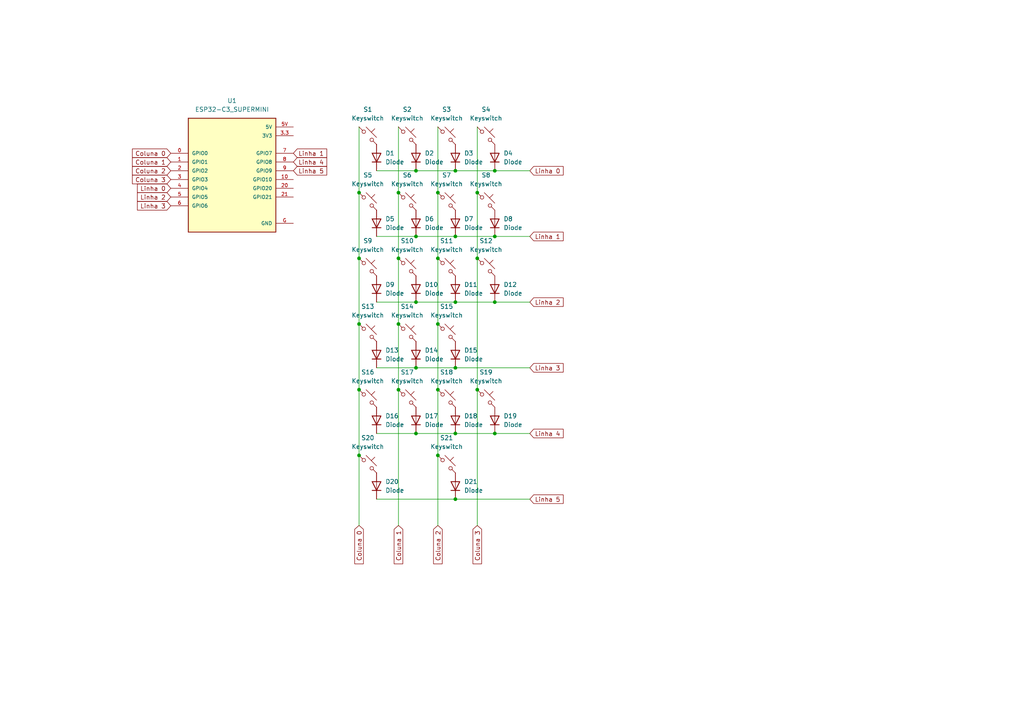
<source format=kicad_sch>
(kicad_sch (version 20231120) (generator "eeschema") (generator_version "8.0")
  (paper "A4")
  (lib_symbols
    (symbol "ESP32-C3_SUPERMINI:ESP32-C3_SUPERMINI" (pin_names (offset 1.016))
      (property "Reference" "U" (at -12.7 16.002 0))
      (property "Value" "ESP32-C3_SUPERMINI" (at -12.7 -20.32 0))
      (symbol "ESP32-C3_SUPERMINI_0_0"
        (rectangle (start -12.7 -17.78) (end 12.7 15.24) (stroke (width 0.254)) (fill (type background)))
        (pin bidirectional line (at -17.78 5.08 0) (length 5.08) (name "GPIO0") (number "0"))
        (pin bidirectional line (at -17.78 2.54 0) (length 5.08) (name "GPIO1") (number "1"))
        (pin bidirectional line (at 17.78 -2.54 180) (length 5.08) (name "GPIO10") (number "10"))
        (pin bidirectional line (at -17.78 0 0) (length 5.08) (name "GPIO2") (number "2"))
        (pin bidirectional line (at 17.78 -5.08 180) (length 5.08) (name "GPIO20") (number "20"))
        (pin bidirectional line (at 17.78 -7.62 180) (length 5.08) (name "GPIO21") (number "21"))
        (pin bidirectional line (at -17.78 -2.54 0) (length 5.08) (name "GPIO3") (number "3"))
        (pin power_in line (at 17.78 10.16 180) (length 5.08) (name "3V3") (number "3.3"))
        (pin bidirectional line (at -17.78 -5.08 0) (length 5.08) (name "GPIO4") (number "4"))
        (pin bidirectional line (at -17.78 -7.62 0) (length 5.08) (name "GPIO5") (number "5"))
        (pin power_in line (at 17.78 12.7 180) (length 5.08) (name "5V") (number "5V"))
        (pin bidirectional line (at -17.78 -10.16 0) (length 5.08) (name "GPIO6") (number "6"))
        (pin bidirectional line (at 17.78 5.08 180) (length 5.08) (name "GPIO7") (number "7"))
        (pin bidirectional line (at 17.78 2.54 180) (length 5.08) (name "GPIO8") (number "8"))
        (pin bidirectional line (at 17.78 0 180) (length 5.08) (name "GPIO9") (number "9"))
        (pin power_in line (at 17.78 -15.24 180) (length 5.08) (name "GND") (number "G"))
      )
    )
    (symbol "ScottoKeebs:Placeholder_Diode" (pin_numbers hide) (pin_names hide)
      (property "Reference" "D" (at 0 2.54 0))
      (property "Value" "Diode" (at 0 -2.54 0))
      (symbol "Placeholder_Diode_0_1"
        (polyline (pts (xy -1.27 1.27) (xy -1.27 -1.27)) (stroke (width 0.254)))
        (polyline (pts (xy 1.27 0) (xy -1.27 0)))
        (polyline (pts (xy 1.27 1.27) (xy 1.27 -1.27) (xy -1.27 0) (xy 1.27 1.27)) (stroke (width 0.254)))
      )
      (symbol "Placeholder_Diode_1_1"
        (pin passive line (at -3.81 0 0) (length 2.54) (name "K") (number "1"))
        (pin passive line (at 3.81 0 180) (length 2.54) (name "A") (number "2"))
      )
    )
    (symbol "ScottoKeebs:Placeholder_Keyswitch" (pin_numbers hide) (pin_names (offset 1.016) hide)
      (property "Reference" "S" (at 3.048 1.016 0))
      (property "Value" "Keyswitch" (at 0 -3.81 0))
      (symbol "Placeholder_Keyswitch_0_1"
        (circle (center -1.1684 1.1684) (radius 0.508))
        (polyline (pts (xy -0.508 2.54) (xy 2.54 -0.508)))
        (polyline (pts (xy 1.016 1.016) (xy 2.032 2.032)))
        (polyline (pts (xy -2.54 2.54) (xy -1.524 1.524) (xy -1.524 1.524)))
        (polyline (pts (xy 1.524 -1.524) (xy 2.54 -2.54) (xy 2.54 -2.54) (xy 2.54 -2.54)))
        (circle (center 1.143 -1.1938) (radius 0.508))
        (pin passive line (at -2.54 2.54 0) (length 0) (name "1") (number "1"))
        (pin passive line (at 2.54 -2.54 180) (length 0) (name "2") (number "2"))
      )
    )
  )
  (junction (at 127 93.98))
  (junction (at 132.08 144.78))
  (junction (at 120.65 125.73))
  (junction (at 127 113.03))
  (junction (at 143.51 68.58))
  (junction (at 104.14 113.03))
  (junction (at 143.51 87.63))
  (junction (at 104.14 132.08))
  (junction (at 115.57 55.88))
  (junction (at 120.65 68.58))
  (junction (at 120.65 87.63))
  (junction (at 104.14 55.88))
  (junction (at 132.08 49.53))
  (junction (at 115.57 74.93))
  (junction (at 127 132.08))
  (junction (at 120.65 49.53))
  (junction (at 115.57 113.03))
  (junction (at 127 74.93))
  (junction (at 104.14 93.98))
  (junction (at 104.14 74.93))
  (junction (at 132.08 87.63))
  (junction (at 138.43 113.03))
  (junction (at 120.65 106.68))
  (junction (at 132.08 125.73))
  (junction (at 143.51 49.53))
  (junction (at 138.43 74.93))
  (junction (at 127 55.88))
  (junction (at 132.08 106.68))
  (junction (at 115.57 93.98))
  (junction (at 138.43 55.88))
  (junction (at 132.08 68.58))
  (junction (at 143.51 125.73))
  (wire (pts (xy 115.57 36.83) (xy 115.57 55.88)))
  (wire (pts (xy 127 113.03) (xy 127 132.08)))
  (wire (pts (xy 138.43 74.93) (xy 138.43 113.03)))
  (wire (pts (xy 132.08 106.68) (xy 153.67 106.68)))
  (wire (pts (xy 115.57 93.98) (xy 115.57 113.03)))
  (wire (pts (xy 120.65 125.73) (xy 132.08 125.73)))
  (wire (pts (xy 109.22 87.63) (xy 120.65 87.63)))
  (wire (pts (xy 138.43 36.83) (xy 138.43 55.88)))
  (wire (pts (xy 120.65 68.58) (xy 132.08 68.58)))
  (wire (pts (xy 104.14 132.08) (xy 104.14 152.4)))
  (wire (pts (xy 132.08 68.58) (xy 143.51 68.58)))
  (wire (pts (xy 143.51 125.73) (xy 153.67 125.73)))
  (wire (pts (xy 109.22 125.73) (xy 120.65 125.73)))
  (wire (pts (xy 109.22 106.68) (xy 120.65 106.68)))
  (wire (pts (xy 138.43 113.03) (xy 138.43 152.4)))
  (wire (pts (xy 115.57 113.03) (xy 115.57 152.4)))
  (wire (pts (xy 115.57 55.88) (xy 115.57 74.93)))
  (wire (pts (xy 104.14 74.93) (xy 104.14 93.98)))
  (wire (pts (xy 132.08 125.73) (xy 143.51 125.73)))
  (wire (pts (xy 132.08 87.63) (xy 143.51 87.63)))
  (wire (pts (xy 120.65 49.53) (xy 132.08 49.53)))
  (wire (pts (xy 127 55.88) (xy 127 74.93)))
  (wire (pts (xy 104.14 113.03) (xy 104.14 132.08)))
  (wire (pts (xy 127 74.93) (xy 127 93.98)))
  (wire (pts (xy 109.22 144.78) (xy 132.08 144.78)))
  (wire (pts (xy 138.43 55.88) (xy 138.43 74.93)))
  (wire (pts (xy 109.22 49.53) (xy 120.65 49.53)))
  (wire (pts (xy 127 36.83) (xy 127 55.88)))
  (wire (pts (xy 127 93.98) (xy 127 113.03)))
  (wire (pts (xy 132.08 144.78) (xy 153.67 144.78)))
  (wire (pts (xy 143.51 87.63) (xy 153.67 87.63)))
  (wire (pts (xy 120.65 87.63) (xy 132.08 87.63)))
  (wire (pts (xy 104.14 36.83) (xy 104.14 55.88)))
  (wire (pts (xy 127 132.08) (xy 127 152.4)))
  (wire (pts (xy 132.08 49.53) (xy 143.51 49.53)))
  (wire (pts (xy 109.22 68.58) (xy 120.65 68.58)))
  (wire (pts (xy 143.51 68.58) (xy 153.67 68.58)))
  (wire (pts (xy 120.65 106.68) (xy 132.08 106.68)))
  (wire (pts (xy 143.51 49.53) (xy 153.67 49.53)))
  (wire (pts (xy 104.14 55.88) (xy 104.14 74.93)))
  (wire (pts (xy 115.57 74.93) (xy 115.57 93.98)))
  (wire (pts (xy 104.14 93.98) (xy 104.14 113.03)))
  (global_label "Linha 4" (shape input) (at 153.67 125.73 0) (property "Intersheetrefs" "${INTERSHEET_REFS}" (effects (hide yes))))
  (global_label "Coluna 2" (shape input) (at 49.53 49.53 180) (property "Intersheetrefs" "${INTERSHEET_REFS}" (effects (hide yes))))
  (global_label "Linha 5" (shape input) (at 85.09 49.53 0) (property "Intersheetrefs" "${INTERSHEET_REFS}" (effects (hide yes))))
  (global_label "Linha 2" (shape input) (at 153.67 87.63 0) (property "Intersheetrefs" "${INTERSHEET_REFS}" (effects (hide yes))))
  (global_label "Linha 3" (shape input) (at 153.67 106.68 0) (property "Intersheetrefs" "${INTERSHEET_REFS}" (effects (hide yes))))
  (global_label "Coluna 3" (shape input) (at 49.53 52.07 180) (property "Intersheetrefs" "${INTERSHEET_REFS}" (effects (hide yes))))
  (global_label "Coluna 0" (shape input) (at 49.53 44.45 180) (property "Intersheetrefs" "${INTERSHEET_REFS}" (effects (hide yes))))
  (global_label "Coluna 3" (shape input) (at 138.43 152.4 270) (property "Intersheetrefs" "${INTERSHEET_REFS}" (effects (hide yes))))
  (global_label "Linha 3" (shape input) (at 49.53 59.69 180) (property "Intersheetrefs" "${INTERSHEET_REFS}" (effects (hide yes))))
  (global_label "Coluna 1" (shape input) (at 115.57 152.4 270) (property "Intersheetrefs" "${INTERSHEET_REFS}" (effects (hide yes))))
  (global_label "Linha 1" (shape input) (at 85.09 44.45 0) (property "Intersheetrefs" "${INTERSHEET_REFS}" (effects (hide yes))))
  (global_label "Linha 5" (shape input) (at 153.67 144.78 0) (property "Intersheetrefs" "${INTERSHEET_REFS}" (effects (hide yes))))
  (global_label "Linha 1" (shape input) (at 153.67 68.58 0) (property "Intersheetrefs" "${INTERSHEET_REFS}" (effects (hide yes))))
  (global_label "Linha 4" (shape input) (at 85.09 46.99 0) (property "Intersheetrefs" "${INTERSHEET_REFS}" (effects (hide yes))))
  (global_label "Coluna 0" (shape input) (at 104.14 152.4 270) (property "Intersheetrefs" "${INTERSHEET_REFS}" (effects (hide yes))))
  (global_label "Coluna 2" (shape input) (at 127 152.4 270) (property "Intersheetrefs" "${INTERSHEET_REFS}" (effects (hide yes))))
  (global_label "Linha 0" (shape input) (at 153.67 49.53 0) (property "Intersheetrefs" "${INTERSHEET_REFS}" (effects (hide yes))))
  (global_label "Linha 2" (shape input) (at 49.53 57.15 180) (property "Intersheetrefs" "${INTERSHEET_REFS}" (effects (hide yes))))
  (global_label "Linha 0" (shape input) (at 49.53 54.61 180) (property "Intersheetrefs" "${INTERSHEET_REFS}" (effects (hide yes))))
  (global_label "Coluna 1" (shape input) (at 49.53 46.99 180) (property "Intersheetrefs" "${INTERSHEET_REFS}" (effects (hide yes))))
  (symbol (lib_id "ScottoKeebs:Placeholder_Keyswitch") (at 118.11 39.37 0) (unit 1)
    (property "Reference" "S2" (at 118.11 31.75 0))
    (property "Value" "Keyswitch" (at 118.11 34.29 0))
    (property "Footprint" "ScottoKeebs_Hotswap:Hotswap_MX_Plated_1.00u" (effects (hide yes)))
    (property "Description" "Push button switch, normally open, two pins, 45° tilted" (effects (hide yes)))
  )
  (symbol (lib_id "ScottoKeebs:Placeholder_Diode") (at 132.08 140.97 90) (unit 1)
    (property "Reference" "D21" (at 134.62 139.6999 90) (effects (justify right)))
    (property "Value" "Diode" (at 134.62 142.2399 90) (effects (justify right)))
    (property "Footprint" "Diode_THT:D_DO-35_SOD27_P7.62mm_Horizontal" (effects (hide yes)))
    (property "Description" "1N4148 (DO-35) or 1N4148W (SOD-123)" (effects (hide yes)))
    (property "Sim.Device" "D" (effects (hide yes)))
    (property "Sim.Pins" "1=K 2=A" (effects (hide yes)))
  )
  (symbol (lib_id "ScottoKeebs:Placeholder_Keyswitch") (at 106.68 77.47 0) (unit 1)
    (property "Reference" "S9" (at 106.68 69.85 0))
    (property "Value" "Keyswitch" (at 106.68 72.39 0))
    (property "Footprint" "ScottoKeebs_Hotswap:Hotswap_MX_Plated_1.00u" (effects (hide yes)))
    (property "Description" "Push button switch, normally open, two pins, 45° tilted" (effects (hide yes)))
  )
  (symbol (lib_id "ESP32-C3_SUPERMINI:ESP32-C3_SUPERMINI") (at 67.31 49.53 0) (unit 1)
    (property "Reference" "U1" (at 67.31 29.21 0))
    (property "Value" "ESP32-C3_SUPERMINI" (at 67.31 31.75 0))
    (property "Footprint" "ESP32-C3_SUPERMINI:MODULE_ESP32-C3_SUPERMINI" (effects (hide yes)))
    (property "MF" "Espressif Systems" (effects (hide yes)))
    (property "MAXIMUM_PACKAGE_HEIGHT" "4.2mm" (effects (hide yes)))
    (property "Package" "Package" (effects (hide yes)))
    (property "Price" "None" (effects (hide yes)))
    (property "Check_prices" "https://www.snapeda.com/parts/ESP32-C3%20SuperMini_TH/Espressif+Systems/view-part/?ref=eda" (effects (hide yes)))
    (property "STANDARD" "Manufacturer Recommendations" (effects (hide yes)))
    (property "SnapEDA_Link" "https://www.snapeda.com/parts/ESP32-C3%20SuperMini_TH/Espressif+Systems/view-part/?ref=snap" (effects (hide yes)))
    (property "MP" "ESP32-C3 SuperMini_TH" (effects (hide yes)))
    (property "Description_1" "\nSuper tiny ESP32-C3 board\n" (effects (hide yes)))
    (property "Availability" "Not in stock" (effects (hide yes)))
    (property "MANUFACTURER" "Espressif" (effects (hide yes)))
  )
  (symbol (lib_id "ScottoKeebs:Placeholder_Keyswitch") (at 118.11 77.47 0) (unit 1)
    (property "Reference" "S10" (at 118.11 69.85 0))
    (property "Value" "Keyswitch" (at 118.11 72.39 0))
    (property "Footprint" "ScottoKeebs_Hotswap:Hotswap_MX_Plated_1.00u" (effects (hide yes)))
    (property "Description" "Push button switch, normally open, two pins, 45° tilted" (effects (hide yes)))
  )
  (symbol (lib_id "ScottoKeebs:Placeholder_Keyswitch") (at 118.11 58.42 0) (unit 1)
    (property "Reference" "S6" (at 118.11 50.8 0))
    (property "Value" "Keyswitch" (at 118.11 53.34 0))
    (property "Footprint" "ScottoKeebs_Hotswap:Hotswap_MX_Plated_1.00u" (effects (hide yes)))
    (property "Description" "Push button switch, normally open, two pins, 45° tilted" (effects (hide yes)))
  )
  (symbol (lib_id "ScottoKeebs:Placeholder_Diode") (at 120.65 121.92 90) (unit 1)
    (property "Reference" "D17" (at 123.19 120.6499 90) (effects (justify right)))
    (property "Value" "Diode" (at 123.19 123.1899 90) (effects (justify right)))
    (property "Footprint" "Diode_THT:D_DO-35_SOD27_P7.62mm_Horizontal" (effects (hide yes)))
    (property "Description" "1N4148 (DO-35) or 1N4148W (SOD-123)" (effects (hide yes)))
    (property "Sim.Device" "D" (effects (hide yes)))
    (property "Sim.Pins" "1=K 2=A" (effects (hide yes)))
  )
  (symbol (lib_id "ScottoKeebs:Placeholder_Keyswitch") (at 140.97 115.57 0) (unit 1)
    (property "Reference" "S19" (at 140.97 107.95 0))
    (property "Value" "Keyswitch" (at 140.97 110.49 0))
    (property "Footprint" "ScottoKeebs_Hotswap:Hotswap_MX_Plated_1.00u" (effects (hide yes)))
    (property "Description" "Push button switch, normally open, two pins, 45° tilted" (effects (hide yes)))
  )
  (symbol (lib_id "ScottoKeebs:Placeholder_Diode") (at 143.51 121.92 90) (unit 1)
    (property "Reference" "D19" (at 146.05 120.6499 90) (effects (justify right)))
    (property "Value" "Diode" (at 146.05 123.1899 90) (effects (justify right)))
    (property "Footprint" "Diode_THT:D_DO-35_SOD27_P7.62mm_Horizontal" (effects (hide yes)))
    (property "Description" "1N4148 (DO-35) or 1N4148W (SOD-123)" (effects (hide yes)))
    (property "Sim.Device" "D" (effects (hide yes)))
    (property "Sim.Pins" "1=K 2=A" (effects (hide yes)))
  )
  (symbol (lib_id "ScottoKeebs:Placeholder_Keyswitch") (at 129.54 115.57 0) (unit 1)
    (property "Reference" "S18" (at 129.54 107.95 0))
    (property "Value" "Keyswitch" (at 129.54 110.49 0))
    (property "Footprint" "ScottoKeebs_Hotswap:Hotswap_MX_Plated_1.00u" (effects (hide yes)))
    (property "Description" "Push button switch, normally open, two pins, 45° tilted" (effects (hide yes)))
  )
  (symbol (lib_id "ScottoKeebs:Placeholder_Keyswitch") (at 106.68 58.42 0) (unit 1)
    (property "Reference" "S5" (at 106.68 50.8 0))
    (property "Value" "Keyswitch" (at 106.68 53.34 0))
    (property "Footprint" "ScottoKeebs_Hotswap:Hotswap_MX_Plated_1.00u" (effects (hide yes)))
    (property "Description" "Push button switch, normally open, two pins, 45° tilted" (effects (hide yes)))
  )
  (symbol (lib_id "ScottoKeebs:Placeholder_Keyswitch") (at 140.97 39.37 0) (unit 1)
    (property "Reference" "S4" (at 140.97 31.75 0))
    (property "Value" "Keyswitch" (at 140.97 34.29 0))
    (property "Footprint" "ScottoKeebs_Hotswap:Hotswap_MX_Plated_1.00u" (effects (hide yes)))
    (property "Description" "Push button switch, normally open, two pins, 45° tilted" (effects (hide yes)))
  )
  (symbol (lib_id "ScottoKeebs:Placeholder_Keyswitch") (at 106.68 134.62 0) (unit 1)
    (property "Reference" "S20" (at 106.68 127 0))
    (property "Value" "Keyswitch" (at 106.68 129.54 0))
    (property "Footprint" "ScottoKeebs_Hotswap:Hotswap_MX_Plated_1.00u" (effects (hide yes)))
    (property "Description" "Push button switch, normally open, two pins, 45° tilted" (effects (hide yes)))
  )
  (symbol (lib_id "ScottoKeebs:Placeholder_Diode") (at 132.08 83.82 90) (unit 1)
    (property "Reference" "D11" (at 134.62 82.5499 90) (effects (justify right)))
    (property "Value" "Diode" (at 134.62 85.0899 90) (effects (justify right)))
    (property "Footprint" "Diode_THT:D_DO-35_SOD27_P7.62mm_Horizontal" (effects (hide yes)))
    (property "Description" "1N4148 (DO-35) or 1N4148W (SOD-123)" (effects (hide yes)))
    (property "Sim.Device" "D" (effects (hide yes)))
    (property "Sim.Pins" "1=K 2=A" (effects (hide yes)))
  )
  (symbol (lib_id "ScottoKeebs:Placeholder_Keyswitch") (at 129.54 58.42 0) (unit 1)
    (property "Reference" "S7" (at 129.54 50.8 0))
    (property "Value" "Keyswitch" (at 129.54 53.34 0))
    (property "Footprint" "ScottoKeebs_Hotswap:Hotswap_MX_Plated_1.00u" (effects (hide yes)))
    (property "Description" "Push button switch, normally open, two pins, 45° tilted" (effects (hide yes)))
  )
  (symbol (lib_id "ScottoKeebs:Placeholder_Keyswitch") (at 140.97 77.47 0) (unit 1)
    (property "Reference" "S12" (at 140.97 69.85 0))
    (property "Value" "Keyswitch" (at 140.97 72.39 0))
    (property "Footprint" "ScottoKeebs_Hotswap:Hotswap_MX_Plated_1.00u" (effects (hide yes)))
    (property "Description" "Push button switch, normally open, two pins, 45° tilted" (effects (hide yes)))
  )
  (symbol (lib_id "ScottoKeebs:Placeholder_Diode") (at 143.51 45.72 90) (unit 1)
    (property "Reference" "D4" (at 146.05 44.4499 90) (effects (justify right)))
    (property "Value" "Diode" (at 146.05 46.9899 90) (effects (justify right)))
    (property "Footprint" "Diode_THT:D_DO-35_SOD27_P7.62mm_Horizontal" (effects (hide yes)))
    (property "Description" "1N4148 (DO-35) or 1N4148W (SOD-123)" (effects (hide yes)))
    (property "Sim.Device" "D" (effects (hide yes)))
    (property "Sim.Pins" "1=K 2=A" (effects (hide yes)))
  )
  (symbol (lib_id "ScottoKeebs:Placeholder_Diode") (at 109.22 102.87 90) (unit 1)
    (property "Reference" "D13" (at 111.76 101.5999 90) (effects (justify right)))
    (property "Value" "Diode" (at 111.76 104.1399 90) (effects (justify right)))
    (property "Footprint" "Diode_THT:D_DO-35_SOD27_P7.62mm_Horizontal" (effects (hide yes)))
    (property "Description" "1N4148 (DO-35) or 1N4148W (SOD-123)" (effects (hide yes)))
    (property "Sim.Device" "D" (effects (hide yes)))
    (property "Sim.Pins" "1=K 2=A" (effects (hide yes)))
  )
  (symbol (lib_id "ScottoKeebs:Placeholder_Keyswitch") (at 106.68 115.57 0) (unit 1)
    (property "Reference" "S16" (at 106.68 107.95 0))
    (property "Value" "Keyswitch" (at 106.68 110.49 0))
    (property "Footprint" "ScottoKeebs_Hotswap:Hotswap_MX_Plated_1.00u" (effects (hide yes)))
    (property "Description" "Push button switch, normally open, two pins, 45° tilted" (effects (hide yes)))
  )
  (symbol (lib_id "ScottoKeebs:Placeholder_Diode") (at 132.08 64.77 90) (unit 1)
    (property "Reference" "D7" (at 134.62 63.4999 90) (effects (justify right)))
    (property "Value" "Diode" (at 134.62 66.0399 90) (effects (justify right)))
    (property "Footprint" "Diode_THT:D_DO-35_SOD27_P7.62mm_Horizontal" (effects (hide yes)))
    (property "Description" "1N4148 (DO-35) or 1N4148W (SOD-123)" (effects (hide yes)))
    (property "Sim.Device" "D" (effects (hide yes)))
    (property "Sim.Pins" "1=K 2=A" (effects (hide yes)))
  )
  (symbol (lib_id "ScottoKeebs:Placeholder_Keyswitch") (at 140.97 58.42 0) (unit 1)
    (property "Reference" "S8" (at 140.97 50.8 0))
    (property "Value" "Keyswitch" (at 140.97 53.34 0))
    (property "Footprint" "ScottoKeebs_Hotswap:Hotswap_MX_Plated_1.00u" (effects (hide yes)))
    (property "Description" "Push button switch, normally open, two pins, 45° tilted" (effects (hide yes)))
  )
  (symbol (lib_id "ScottoKeebs:Placeholder_Keyswitch") (at 118.11 96.52 0) (unit 1)
    (property "Reference" "S14" (at 118.11 88.9 0))
    (property "Value" "Keyswitch" (at 118.11 91.44 0))
    (property "Footprint" "ScottoKeebs_Hotswap:Hotswap_MX_Plated_1.00u" (effects (hide yes)))
    (property "Description" "Push button switch, normally open, two pins, 45° tilted" (effects (hide yes)))
  )
  (symbol (lib_id "ScottoKeebs:Placeholder_Diode") (at 120.65 83.82 90) (unit 1)
    (property "Reference" "D10" (at 123.19 82.5499 90) (effects (justify right)))
    (property "Value" "Diode" (at 123.19 85.0899 90) (effects (justify right)))
    (property "Footprint" "Diode_THT:D_DO-35_SOD27_P7.62mm_Horizontal" (effects (hide yes)))
    (property "Description" "1N4148 (DO-35) or 1N4148W (SOD-123)" (effects (hide yes)))
    (property "Sim.Device" "D" (effects (hide yes)))
    (property "Sim.Pins" "1=K 2=A" (effects (hide yes)))
  )
  (symbol (lib_id "ScottoKeebs:Placeholder_Diode") (at 132.08 102.87 90) (unit 1)
    (property "Reference" "D15" (at 134.62 101.5999 90) (effects (justify right)))
    (property "Value" "Diode" (at 134.62 104.1399 90) (effects (justify right)))
    (property "Footprint" "Diode_THT:D_DO-35_SOD27_P7.62mm_Horizontal" (effects (hide yes)))
    (property "Description" "1N4148 (DO-35) or 1N4148W (SOD-123)" (effects (hide yes)))
    (property "Sim.Device" "D" (effects (hide yes)))
    (property "Sim.Pins" "1=K 2=A" (effects (hide yes)))
  )
  (symbol (lib_id "ScottoKeebs:Placeholder_Keyswitch") (at 129.54 77.47 0) (unit 1)
    (property "Reference" "S11" (at 129.54 69.85 0))
    (property "Value" "Keyswitch" (at 129.54 72.39 0))
    (property "Footprint" "ScottoKeebs_Hotswap:Hotswap_MX_Plated_1.00u" (effects (hide yes)))
    (property "Description" "Push button switch, normally open, two pins, 45° tilted" (effects (hide yes)))
  )
  (symbol (lib_id "ScottoKeebs:Placeholder_Keyswitch") (at 106.68 39.37 0) (unit 1)
    (property "Reference" "S1" (at 106.68 31.75 0))
    (property "Value" "Keyswitch" (at 106.68 34.29 0))
    (property "Footprint" "ScottoKeebs_Hotswap:Hotswap_MX_Plated_1.00u" (effects (hide yes)))
    (property "Description" "Push button switch, normally open, two pins, 45° tilted" (effects (hide yes)))
  )
  (symbol (lib_id "ScottoKeebs:Placeholder_Diode") (at 109.22 121.92 90) (unit 1)
    (property "Reference" "D16" (at 111.76 120.6499 90) (effects (justify right)))
    (property "Value" "Diode" (at 111.76 123.1899 90) (effects (justify right)))
    (property "Footprint" "Diode_THT:D_DO-35_SOD27_P7.62mm_Horizontal" (effects (hide yes)))
    (property "Description" "1N4148 (DO-35) or 1N4148W (SOD-123)" (effects (hide yes)))
    (property "Sim.Device" "D" (effects (hide yes)))
    (property "Sim.Pins" "1=K 2=A" (effects (hide yes)))
  )
  (symbol (lib_id "ScottoKeebs:Placeholder_Diode") (at 120.65 45.72 90) (unit 1)
    (property "Reference" "D2" (at 123.19 44.4499 90) (effects (justify right)))
    (property "Value" "Diode" (at 123.19 46.9899 90) (effects (justify right)))
    (property "Footprint" "Diode_THT:D_DO-35_SOD27_P7.62mm_Horizontal" (effects (hide yes)))
    (property "Description" "1N4148 (DO-35) or 1N4148W (SOD-123)" (effects (hide yes)))
    (property "Sim.Device" "D" (effects (hide yes)))
    (property "Sim.Pins" "1=K 2=A" (effects (hide yes)))
  )
  (symbol (lib_id "ScottoKeebs:Placeholder_Keyswitch") (at 129.54 96.52 0) (unit 1)
    (property "Reference" "S15" (at 129.54 88.9 0))
    (property "Value" "Keyswitch" (at 129.54 91.44 0))
    (property "Footprint" "ScottoKeebs_Hotswap:Hotswap_MX_Plated_1.00u" (effects (hide yes)))
    (property "Description" "Push button switch, normally open, two pins, 45° tilted" (effects (hide yes)))
  )
  (symbol (lib_id "ScottoKeebs:Placeholder_Diode") (at 120.65 102.87 90) (unit 1)
    (property "Reference" "D14" (at 123.19 101.5999 90) (effects (justify right)))
    (property "Value" "Diode" (at 123.19 104.1399 90) (effects (justify right)))
    (property "Footprint" "Diode_THT:D_DO-35_SOD27_P7.62mm_Horizontal" (effects (hide yes)))
    (property "Description" "1N4148 (DO-35) or 1N4148W (SOD-123)" (effects (hide yes)))
    (property "Sim.Device" "D" (effects (hide yes)))
    (property "Sim.Pins" "1=K 2=A" (effects (hide yes)))
  )
  (symbol (lib_id "ScottoKeebs:Placeholder_Keyswitch") (at 129.54 39.37 0) (unit 1)
    (property "Reference" "S3" (at 129.54 31.75 0))
    (property "Value" "Keyswitch" (at 129.54 34.29 0))
    (property "Footprint" "ScottoKeebs_Hotswap:Hotswap_MX_Plated_1.00u" (effects (hide yes)))
    (property "Description" "Push button switch, normally open, two pins, 45° tilted" (effects (hide yes)))
  )
  (symbol (lib_id "ScottoKeebs:Placeholder_Keyswitch") (at 129.54 134.62 0) (unit 1)
    (property "Reference" "S21" (at 129.54 127 0))
    (property "Value" "Keyswitch" (at 129.54 129.54 0))
    (property "Footprint" "ScottoKeebs_Hotswap:Hotswap_MX_Plated_1.00u" (effects (hide yes)))
    (property "Description" "Push button switch, normally open, two pins, 45° tilted" (effects (hide yes)))
  )
  (symbol (lib_id "ScottoKeebs:Placeholder_Diode") (at 143.51 64.77 90) (unit 1)
    (property "Reference" "D8" (at 146.05 63.4999 90) (effects (justify right)))
    (property "Value" "Diode" (at 146.05 66.0399 90) (effects (justify right)))
    (property "Footprint" "Diode_THT:D_DO-35_SOD27_P7.62mm_Horizontal" (effects (hide yes)))
    (property "Description" "1N4148 (DO-35) or 1N4148W (SOD-123)" (effects (hide yes)))
    (property "Sim.Device" "D" (effects (hide yes)))
    (property "Sim.Pins" "1=K 2=A" (effects (hide yes)))
  )
  (symbol (lib_id "ScottoKeebs:Placeholder_Diode") (at 109.22 83.82 90) (unit 1)
    (property "Reference" "D9" (at 111.76 82.5499 90) (effects (justify right)))
    (property "Value" "Diode" (at 111.76 85.0899 90) (effects (justify right)))
    (property "Footprint" "Diode_THT:D_DO-35_SOD27_P7.62mm_Horizontal" (effects (hide yes)))
    (property "Description" "1N4148 (DO-35) or 1N4148W (SOD-123)" (effects (hide yes)))
    (property "Sim.Device" "D" (effects (hide yes)))
    (property "Sim.Pins" "1=K 2=A" (effects (hide yes)))
  )
  (symbol (lib_id "ScottoKeebs:Placeholder_Diode") (at 132.08 45.72 90) (unit 1)
    (property "Reference" "D3" (at 134.62 44.4499 90) (effects (justify right)))
    (property "Value" "Diode" (at 134.62 46.9899 90) (effects (justify right)))
    (property "Footprint" "Diode_THT:D_DO-35_SOD27_P7.62mm_Horizontal" (effects (hide yes)))
    (property "Description" "1N4148 (DO-35) or 1N4148W (SOD-123)" (effects (hide yes)))
    (property "Sim.Device" "D" (effects (hide yes)))
    (property "Sim.Pins" "1=K 2=A" (effects (hide yes)))
  )
  (symbol (lib_id "ScottoKeebs:Placeholder_Keyswitch") (at 106.68 96.52 0) (unit 1)
    (property "Reference" "S13" (at 106.68 88.9 0))
    (property "Value" "Keyswitch" (at 106.68 91.44 0))
    (property "Footprint" "ScottoKeebs_Hotswap:Hotswap_MX_Plated_1.00u" (effects (hide yes)))
    (property "Description" "Push button switch, normally open, two pins, 45° tilted" (effects (hide yes)))
  )
  (symbol (lib_id "ScottoKeebs:Placeholder_Diode") (at 120.65 64.77 90) (unit 1)
    (property "Reference" "D6" (at 123.19 63.4999 90) (effects (justify right)))
    (property "Value" "Diode" (at 123.19 66.0399 90) (effects (justify right)))
    (property "Footprint" "Diode_THT:D_DO-35_SOD27_P7.62mm_Horizontal" (effects (hide yes)))
    (property "Description" "1N4148 (DO-35) or 1N4148W (SOD-123)" (effects (hide yes)))
    (property "Sim.Device" "D" (effects (hide yes)))
    (property "Sim.Pins" "1=K 2=A" (effects (hide yes)))
  )
  (symbol (lib_id "ScottoKeebs:Placeholder_Diode") (at 109.22 140.97 90) (unit 1)
    (property "Reference" "D20" (at 111.76 139.6999 90) (effects (justify right)))
    (property "Value" "Diode" (at 111.76 142.2399 90) (effects (justify right)))
    (property "Footprint" "Diode_THT:D_DO-35_SOD27_P7.62mm_Horizontal" (effects (hide yes)))
    (property "Description" "1N4148 (DO-35) or 1N4148W (SOD-123)" (effects (hide yes)))
    (property "Sim.Device" "D" (effects (hide yes)))
    (property "Sim.Pins" "1=K 2=A" (effects (hide yes)))
  )
  (symbol (lib_id "ScottoKeebs:Placeholder_Diode") (at 109.22 45.72 90) (unit 1)
    (property "Reference" "D1" (at 111.76 44.4499 90) (effects (justify right)))
    (property "Value" "Diode" (at 111.76 46.9899 90) (effects (justify right)))
    (property "Footprint" "Diode_THT:D_DO-35_SOD27_P7.62mm_Horizontal" (effects (hide yes)))
    (property "Description" "1N4148 (DO-35) or 1N4148W (SOD-123)" (effects (hide yes)))
    (property "Sim.Device" "D" (effects (hide yes)))
    (property "Sim.Pins" "1=K 2=A" (effects (hide yes)))
  )
  (symbol (lib_id "ScottoKeebs:Placeholder_Diode") (at 143.51 83.82 90) (unit 1)
    (property "Reference" "D12" (at 146.05 82.5499 90) (effects (justify right)))
    (property "Value" "Diode" (at 146.05 85.0899 90) (effects (justify right)))
    (property "Footprint" "Diode_THT:D_DO-35_SOD27_P7.62mm_Horizontal" (effects (hide yes)))
    (property "Description" "1N4148 (DO-35) or 1N4148W (SOD-123)" (effects (hide yes)))
    (property "Sim.Device" "D" (effects (hide yes)))
    (property "Sim.Pins" "1=K 2=A" (effects (hide yes)))
  )
  (symbol (lib_id "ScottoKeebs:Placeholder_Keyswitch") (at 118.11 115.57 0) (unit 1)
    (property "Reference" "S17" (at 118.11 107.95 0))
    (property "Value" "Keyswitch" (at 118.11 110.49 0))
    (property "Footprint" "ScottoKeebs_Hotswap:Hotswap_MX_Plated_1.00u" (effects (hide yes)))
    (property "Description" "Push button switch, normally open, two pins, 45° tilted" (effects (hide yes)))
  )
  (symbol (lib_id "ScottoKeebs:Placeholder_Diode") (at 109.22 64.77 90) (unit 1)
    (property "Reference" "D5" (at 111.76 63.4999 90) (effects (justify right)))
    (property "Value" "Diode" (at 111.76 66.0399 90) (effects (justify right)))
    (property "Footprint" "Diode_THT:D_DO-35_SOD27_P7.62mm_Horizontal" (effects (hide yes)))
    (property "Description" "1N4148 (DO-35) or 1N4148W (SOD-123)" (effects (hide yes)))
    (property "Sim.Device" "D" (effects (hide yes)))
    (property "Sim.Pins" "1=K 2=A" (effects (hide yes)))
  )
  (symbol (lib_id "ScottoKeebs:Placeholder_Diode") (at 132.08 121.92 90) (unit 1)
    (property "Reference" "D18" (at 134.62 120.6499 90) (effects (justify right)))
    (property "Value" "Diode" (at 134.62 123.1899 90) (effects (justify right)))
    (property "Footprint" "Diode_THT:D_DO-35_SOD27_P7.62mm_Horizontal" (effects (hide yes)))
    (property "Description" "1N4148 (DO-35) or 1N4148W (SOD-123)" (effects (hide yes)))
    (property "Sim.Device" "D" (effects (hide yes)))
    (property "Sim.Pins" "1=K 2=A" (effects (hide yes)))
  )
)
</source>
